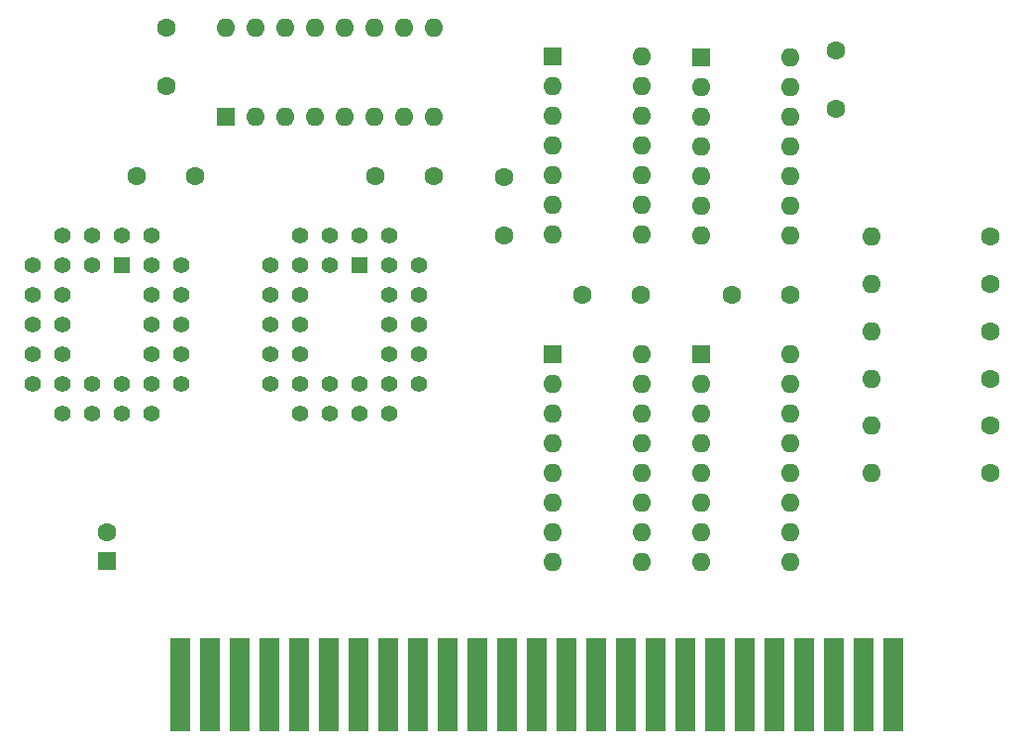
<source format=gbr>
%TF.GenerationSoftware,KiCad,Pcbnew,7.0.1*%
%TF.CreationDate,2023-03-19T20:13:41+09:00*%
%TF.ProjectId,project2,70726f6a-6563-4743-922e-6b696361645f,rev?*%
%TF.SameCoordinates,Original*%
%TF.FileFunction,Soldermask,Bot*%
%TF.FilePolarity,Negative*%
%FSLAX46Y46*%
G04 Gerber Fmt 4.6, Leading zero omitted, Abs format (unit mm)*
G04 Created by KiCad (PCBNEW 7.0.1) date 2023-03-19 20:13:41*
%MOMM*%
%LPD*%
G01*
G04 APERTURE LIST*
%ADD10O,1.600000X1.600000*%
%ADD11C,1.600000*%
%ADD12R,1.600000X1.600000*%
%ADD13R,1.422400X1.422400*%
%ADD14C,1.422400*%
%ADD15R,1.700000X8.000000*%
G04 APERTURE END LIST*
D10*
%TO.C,R1*%
X173705464Y-110794972D03*
D11*
X183865464Y-110794972D03*
%TD*%
D12*
%TO.C,U3*%
X146442867Y-75161140D03*
D10*
X146442867Y-77701140D03*
X146442867Y-80241140D03*
X146442867Y-82781140D03*
X146442867Y-85321140D03*
X146442867Y-87861140D03*
X146442867Y-90401140D03*
X154062867Y-90401140D03*
X154062867Y-87861140D03*
X154062867Y-85321140D03*
X154062867Y-82781140D03*
X154062867Y-80241140D03*
X154062867Y-77701140D03*
X154062867Y-75161140D03*
%TD*%
D13*
%TO.C,U1*%
X109612867Y-92946140D03*
D14*
X107072867Y-90406140D03*
X107072867Y-92946140D03*
X104532867Y-90406140D03*
X101992867Y-92946140D03*
X104532867Y-92946140D03*
X101992867Y-95486140D03*
X104532867Y-95486140D03*
X101992867Y-98026140D03*
X104532867Y-98026140D03*
X101992867Y-100566140D03*
X104532867Y-100566140D03*
X101992867Y-103106140D03*
X104532867Y-105646140D03*
X104532867Y-103106140D03*
X107072867Y-105646140D03*
X107072867Y-103106140D03*
X109612867Y-105646140D03*
X109612867Y-103106140D03*
X112152867Y-105646140D03*
X114692867Y-103106140D03*
X112152867Y-103106140D03*
X114692867Y-100566140D03*
X112152867Y-100566140D03*
X114692867Y-98026140D03*
X112152867Y-98026140D03*
X114692867Y-95486140D03*
X112152867Y-95486140D03*
X114692867Y-92946140D03*
X112152867Y-90406140D03*
X112152867Y-92946140D03*
X109612867Y-90406140D03*
%TD*%
D11*
%TO.C,R4*%
X183865464Y-98644972D03*
D10*
X173705464Y-98644972D03*
%TD*%
D11*
%TO.C,C1*%
X110882867Y-85326140D03*
X115882867Y-85326140D03*
%TD*%
%TO.C,C6*%
X142288788Y-85489617D03*
X142288788Y-90489617D03*
%TD*%
%TO.C,C8*%
X113422867Y-72626140D03*
X113422867Y-77626140D03*
%TD*%
%TO.C,R3*%
X183865464Y-102694972D03*
D10*
X173705464Y-102694972D03*
%TD*%
D12*
%TO.C,U5*%
X146442867Y-100566140D03*
D10*
X146442867Y-103106140D03*
X146442867Y-105646140D03*
X146442867Y-108186140D03*
X146442867Y-110726140D03*
X146442867Y-113266140D03*
X146442867Y-115806140D03*
X146442867Y-118346140D03*
X154062867Y-118346140D03*
X154062867Y-115806140D03*
X154062867Y-113266140D03*
X154062867Y-110726140D03*
X154062867Y-108186140D03*
X154062867Y-105646140D03*
X154062867Y-103106140D03*
X154062867Y-100566140D03*
%TD*%
D11*
%TO.C,R6*%
X183865464Y-90544972D03*
D10*
X173705464Y-90544972D03*
%TD*%
D13*
%TO.C,U2*%
X129932867Y-92946140D03*
D14*
X127392867Y-90406140D03*
X127392867Y-92946140D03*
X124852867Y-90406140D03*
X122312867Y-92946140D03*
X124852867Y-92946140D03*
X122312867Y-95486140D03*
X124852867Y-95486140D03*
X122312867Y-98026140D03*
X124852867Y-98026140D03*
X122312867Y-100566140D03*
X124852867Y-100566140D03*
X122312867Y-103106140D03*
X124852867Y-105646140D03*
X124852867Y-103106140D03*
X127392867Y-105646140D03*
X127392867Y-103106140D03*
X129932867Y-105646140D03*
X129932867Y-103106140D03*
X132472867Y-105646140D03*
X135012867Y-103106140D03*
X132472867Y-103106140D03*
X135012867Y-100566140D03*
X132472867Y-100566140D03*
X135012867Y-98026140D03*
X132472867Y-98026140D03*
X135012867Y-95486140D03*
X132472867Y-95486140D03*
X135012867Y-92946140D03*
X132472867Y-90406140D03*
X132472867Y-92946140D03*
X129932867Y-90406140D03*
%TD*%
D12*
%TO.C,U4*%
X159142867Y-75166140D03*
D10*
X159142867Y-77706140D03*
X159142867Y-80246140D03*
X159142867Y-82786140D03*
X159142867Y-85326140D03*
X159142867Y-87866140D03*
X159142867Y-90406140D03*
X166762867Y-90406140D03*
X166762867Y-87866140D03*
X166762867Y-85326140D03*
X166762867Y-82786140D03*
X166762867Y-80246140D03*
X166762867Y-77706140D03*
X166762867Y-75166140D03*
%TD*%
D11*
%TO.C,C5*%
X166762867Y-95486140D03*
X161762867Y-95486140D03*
%TD*%
%TO.C,C7*%
X170671162Y-74590350D03*
X170671162Y-79590350D03*
%TD*%
D12*
%TO.C,U6*%
X118502867Y-80246140D03*
D10*
X121042867Y-80246140D03*
X123582867Y-80246140D03*
X126122867Y-80246140D03*
X128662867Y-80246140D03*
X131202867Y-80246140D03*
X133742867Y-80246140D03*
X136282867Y-80246140D03*
X136282867Y-72626140D03*
X133742867Y-72626140D03*
X131202867Y-72626140D03*
X128662867Y-72626140D03*
X126122867Y-72626140D03*
X123582867Y-72626140D03*
X121042867Y-72626140D03*
X118502867Y-72626140D03*
%TD*%
D12*
%TO.C,U7*%
X159142867Y-100566140D03*
D10*
X159142867Y-103106140D03*
X159142867Y-105646140D03*
X159142867Y-108186140D03*
X159142867Y-110726140D03*
X159142867Y-113266140D03*
X159142867Y-115806140D03*
X159142867Y-118346140D03*
X166762867Y-118346140D03*
X166762867Y-115806140D03*
X166762867Y-113266140D03*
X166762867Y-110726140D03*
X166762867Y-108186140D03*
X166762867Y-105646140D03*
X166762867Y-103106140D03*
X166762867Y-100566140D03*
%TD*%
D11*
%TO.C,C2*%
X131282867Y-85326140D03*
X136282867Y-85326140D03*
%TD*%
D12*
%TO.C,C4*%
X108342867Y-118306140D03*
D11*
X108342867Y-115806140D03*
%TD*%
%TO.C,R5*%
X183865464Y-94594972D03*
D10*
X173705464Y-94594972D03*
%TD*%
D11*
%TO.C,R2*%
X183865464Y-106744972D03*
D10*
X173705464Y-106744972D03*
%TD*%
D11*
%TO.C,C3*%
X153982867Y-95486140D03*
X148982867Y-95486140D03*
%TD*%
D15*
%TO.C,CE1*%
X175532707Y-128863580D03*
X172992707Y-128863580D03*
X170452707Y-128863580D03*
X167912707Y-128863580D03*
X165372707Y-128863580D03*
X162832707Y-128863580D03*
X160292707Y-128863580D03*
X157752707Y-128863580D03*
X155212707Y-128863580D03*
X152672707Y-128863580D03*
X150132707Y-128863580D03*
X147592707Y-128863580D03*
X145052707Y-128863580D03*
X142512707Y-128863580D03*
X139972707Y-128863580D03*
X137432707Y-128863580D03*
X134892707Y-128863580D03*
X132352707Y-128863580D03*
X129812707Y-128863580D03*
X127272707Y-128863580D03*
X124732707Y-128863580D03*
X122192707Y-128863580D03*
X119652707Y-128863580D03*
X117112707Y-128863580D03*
X114572707Y-128863580D03*
%TD*%
M02*

</source>
